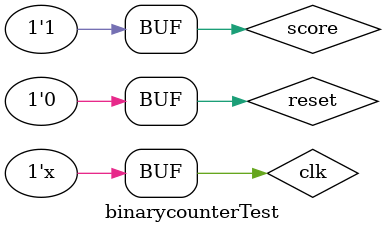
<source format=v>
`timescale 1ns / 1ps


module binarycounterTest;

	// Inputs
	reg clk;
	reg reset;
	reg score;

	// Outputs
	wire [47:0] asciiScore;

	// Instantiate the Unit Under Test (UUT)
	binaryCounterASCII uut (
		.clk(clk), 
		.reset(reset), 
		.score(score), 
		.asciiScore(asciiScore)
	);


	always #5 clk = !clk;

	initial begin
		// Initialize Inputs
		clk = 0;
		reset = 0;
		score = 0;

		// Wait 100 ns for global reset to finish
		#100;
      score = 1;
		// Add stimulus here

	end
      
endmodule


</source>
